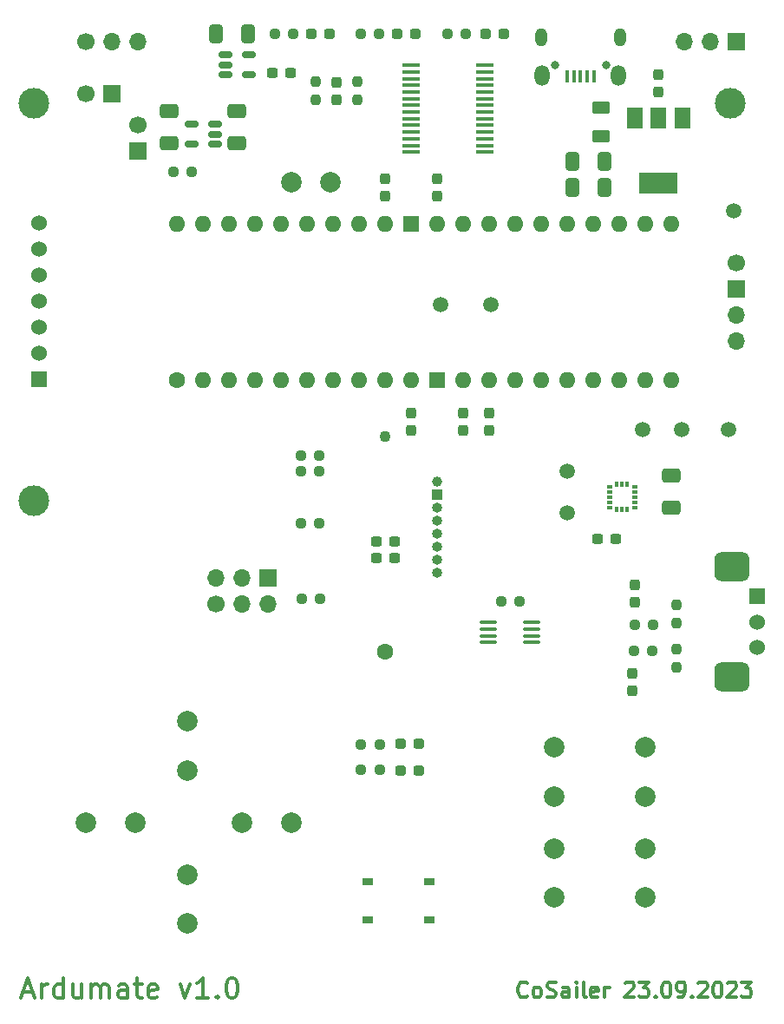
<source format=gts>
G04 #@! TF.GenerationSoftware,KiCad,Pcbnew,7.0.7*
G04 #@! TF.CreationDate,2023-09-24T19:29:38+02:00*
G04 #@! TF.ProjectId,ardumate,61726475-6d61-4746-952e-6b696361645f,rev?*
G04 #@! TF.SameCoordinates,Original*
G04 #@! TF.FileFunction,Soldermask,Top*
G04 #@! TF.FilePolarity,Negative*
%FSLAX46Y46*%
G04 Gerber Fmt 4.6, Leading zero omitted, Abs format (unit mm)*
G04 Created by KiCad (PCBNEW 7.0.7) date 2023-09-24 19:29:38*
%MOMM*%
%LPD*%
G01*
G04 APERTURE LIST*
G04 Aperture macros list*
%AMRoundRect*
0 Rectangle with rounded corners*
0 $1 Rounding radius*
0 $2 $3 $4 $5 $6 $7 $8 $9 X,Y pos of 4 corners*
0 Add a 4 corners polygon primitive as box body*
4,1,4,$2,$3,$4,$5,$6,$7,$8,$9,$2,$3,0*
0 Add four circle primitives for the rounded corners*
1,1,$1+$1,$2,$3*
1,1,$1+$1,$4,$5*
1,1,$1+$1,$6,$7*
1,1,$1+$1,$8,$9*
0 Add four rect primitives between the rounded corners*
20,1,$1+$1,$2,$3,$4,$5,0*
20,1,$1+$1,$4,$5,$6,$7,0*
20,1,$1+$1,$6,$7,$8,$9,0*
20,1,$1+$1,$8,$9,$2,$3,0*%
G04 Aperture macros list end*
%ADD10C,0.300000*%
%ADD11RoundRect,0.250000X0.412500X0.650000X-0.412500X0.650000X-0.412500X-0.650000X0.412500X-0.650000X0*%
%ADD12RoundRect,0.250000X-0.650000X0.412500X-0.650000X-0.412500X0.650000X-0.412500X0.650000X0.412500X0*%
%ADD13C,1.500000*%
%ADD14RoundRect,0.237500X-0.250000X-0.237500X0.250000X-0.237500X0.250000X0.237500X-0.250000X0.237500X0*%
%ADD15RoundRect,0.087500X0.187500X0.087500X-0.187500X0.087500X-0.187500X-0.087500X0.187500X-0.087500X0*%
%ADD16RoundRect,0.087500X0.087500X0.187500X-0.087500X0.187500X-0.087500X-0.187500X0.087500X-0.187500X0*%
%ADD17C,2.000000*%
%ADD18C,1.524000*%
%ADD19R,1.524000X1.524000*%
%ADD20RoundRect,0.725000X0.975000X-0.725000X0.975000X0.725000X-0.975000X0.725000X-0.975000X-0.725000X0*%
%ADD21RoundRect,0.237500X-0.237500X0.250000X-0.237500X-0.250000X0.237500X-0.250000X0.237500X0.250000X0*%
%ADD22RoundRect,0.237500X0.237500X-0.300000X0.237500X0.300000X-0.237500X0.300000X-0.237500X-0.300000X0*%
%ADD23RoundRect,0.237500X0.287500X0.237500X-0.287500X0.237500X-0.287500X-0.237500X0.287500X-0.237500X0*%
%ADD24RoundRect,0.100000X-0.712500X-0.100000X0.712500X-0.100000X0.712500X0.100000X-0.712500X0.100000X0*%
%ADD25C,1.600000*%
%ADD26O,1.600000X1.600000*%
%ADD27R,1.600000X1.600000*%
%ADD28RoundRect,0.237500X-0.287500X-0.237500X0.287500X-0.237500X0.287500X0.237500X-0.287500X0.237500X0*%
%ADD29C,1.700000*%
%ADD30O,1.700000X1.700000*%
%ADD31R,1.700000X1.700000*%
%ADD32RoundRect,0.237500X-0.300000X-0.237500X0.300000X-0.237500X0.300000X0.237500X-0.300000X0.237500X0*%
%ADD33RoundRect,0.237500X0.250000X0.237500X-0.250000X0.237500X-0.250000X-0.237500X0.250000X-0.237500X0*%
%ADD34R,1.750000X0.450000*%
%ADD35RoundRect,0.237500X0.237500X-0.250000X0.237500X0.250000X-0.237500X0.250000X-0.237500X-0.250000X0*%
%ADD36RoundRect,0.150000X-0.512500X-0.150000X0.512500X-0.150000X0.512500X0.150000X-0.512500X0.150000X0*%
%ADD37RoundRect,0.237500X-0.237500X0.300000X-0.237500X-0.300000X0.237500X-0.300000X0.237500X0.300000X0*%
%ADD38RoundRect,0.250000X0.650000X-0.412500X0.650000X0.412500X-0.650000X0.412500X-0.650000X-0.412500X0*%
%ADD39RoundRect,0.237500X0.300000X0.237500X-0.300000X0.237500X-0.300000X-0.237500X0.300000X-0.237500X0*%
%ADD40R,1.000000X0.750000*%
%ADD41C,1.000000*%
%ADD42R,1.000000X1.000000*%
%ADD43O,1.000000X1.000000*%
%ADD44RoundRect,0.250000X-0.625000X0.375000X-0.625000X-0.375000X0.625000X-0.375000X0.625000X0.375000X0*%
%ADD45R,1.500000X2.000000*%
%ADD46R,3.800000X2.000000*%
%ADD47RoundRect,0.150000X0.512500X0.150000X-0.512500X0.150000X-0.512500X-0.150000X0.512500X-0.150000X0*%
%ADD48O,0.800000X0.800000*%
%ADD49R,0.450000X1.300000*%
%ADD50O,1.150000X1.800000*%
%ADD51O,1.450000X2.000000*%
%ADD52C,3.000000*%
%ADD53C,1.100000*%
G04 APERTURE END LIST*
D10*
X103067320Y-135947209D02*
X104019701Y-135947209D01*
X102876844Y-136518638D02*
X103543510Y-134518638D01*
X103543510Y-134518638D02*
X104210177Y-136518638D01*
X104876844Y-136518638D02*
X104876844Y-135185304D01*
X104876844Y-135566257D02*
X104972082Y-135375780D01*
X104972082Y-135375780D02*
X105067320Y-135280542D01*
X105067320Y-135280542D02*
X105257796Y-135185304D01*
X105257796Y-135185304D02*
X105448273Y-135185304D01*
X106972082Y-136518638D02*
X106972082Y-134518638D01*
X106972082Y-136423400D02*
X106781606Y-136518638D01*
X106781606Y-136518638D02*
X106400653Y-136518638D01*
X106400653Y-136518638D02*
X106210177Y-136423400D01*
X106210177Y-136423400D02*
X106114939Y-136328161D01*
X106114939Y-136328161D02*
X106019701Y-136137685D01*
X106019701Y-136137685D02*
X106019701Y-135566257D01*
X106019701Y-135566257D02*
X106114939Y-135375780D01*
X106114939Y-135375780D02*
X106210177Y-135280542D01*
X106210177Y-135280542D02*
X106400653Y-135185304D01*
X106400653Y-135185304D02*
X106781606Y-135185304D01*
X106781606Y-135185304D02*
X106972082Y-135280542D01*
X108781606Y-135185304D02*
X108781606Y-136518638D01*
X107924463Y-135185304D02*
X107924463Y-136232923D01*
X107924463Y-136232923D02*
X108019701Y-136423400D01*
X108019701Y-136423400D02*
X108210177Y-136518638D01*
X108210177Y-136518638D02*
X108495892Y-136518638D01*
X108495892Y-136518638D02*
X108686368Y-136423400D01*
X108686368Y-136423400D02*
X108781606Y-136328161D01*
X109733987Y-136518638D02*
X109733987Y-135185304D01*
X109733987Y-135375780D02*
X109829225Y-135280542D01*
X109829225Y-135280542D02*
X110019701Y-135185304D01*
X110019701Y-135185304D02*
X110305416Y-135185304D01*
X110305416Y-135185304D02*
X110495892Y-135280542D01*
X110495892Y-135280542D02*
X110591130Y-135471019D01*
X110591130Y-135471019D02*
X110591130Y-136518638D01*
X110591130Y-135471019D02*
X110686368Y-135280542D01*
X110686368Y-135280542D02*
X110876844Y-135185304D01*
X110876844Y-135185304D02*
X111162558Y-135185304D01*
X111162558Y-135185304D02*
X111353035Y-135280542D01*
X111353035Y-135280542D02*
X111448273Y-135471019D01*
X111448273Y-135471019D02*
X111448273Y-136518638D01*
X113257797Y-136518638D02*
X113257797Y-135471019D01*
X113257797Y-135471019D02*
X113162559Y-135280542D01*
X113162559Y-135280542D02*
X112972083Y-135185304D01*
X112972083Y-135185304D02*
X112591130Y-135185304D01*
X112591130Y-135185304D02*
X112400654Y-135280542D01*
X113257797Y-136423400D02*
X113067321Y-136518638D01*
X113067321Y-136518638D02*
X112591130Y-136518638D01*
X112591130Y-136518638D02*
X112400654Y-136423400D01*
X112400654Y-136423400D02*
X112305416Y-136232923D01*
X112305416Y-136232923D02*
X112305416Y-136042447D01*
X112305416Y-136042447D02*
X112400654Y-135851971D01*
X112400654Y-135851971D02*
X112591130Y-135756733D01*
X112591130Y-135756733D02*
X113067321Y-135756733D01*
X113067321Y-135756733D02*
X113257797Y-135661495D01*
X113924464Y-135185304D02*
X114686368Y-135185304D01*
X114210178Y-134518638D02*
X114210178Y-136232923D01*
X114210178Y-136232923D02*
X114305416Y-136423400D01*
X114305416Y-136423400D02*
X114495892Y-136518638D01*
X114495892Y-136518638D02*
X114686368Y-136518638D01*
X116114940Y-136423400D02*
X115924464Y-136518638D01*
X115924464Y-136518638D02*
X115543511Y-136518638D01*
X115543511Y-136518638D02*
X115353035Y-136423400D01*
X115353035Y-136423400D02*
X115257797Y-136232923D01*
X115257797Y-136232923D02*
X115257797Y-135471019D01*
X115257797Y-135471019D02*
X115353035Y-135280542D01*
X115353035Y-135280542D02*
X115543511Y-135185304D01*
X115543511Y-135185304D02*
X115924464Y-135185304D01*
X115924464Y-135185304D02*
X116114940Y-135280542D01*
X116114940Y-135280542D02*
X116210178Y-135471019D01*
X116210178Y-135471019D02*
X116210178Y-135661495D01*
X116210178Y-135661495D02*
X115257797Y-135851971D01*
X118400655Y-135185304D02*
X118876845Y-136518638D01*
X118876845Y-136518638D02*
X119353036Y-135185304D01*
X121162560Y-136518638D02*
X120019703Y-136518638D01*
X120591131Y-136518638D02*
X120591131Y-134518638D01*
X120591131Y-134518638D02*
X120400655Y-134804352D01*
X120400655Y-134804352D02*
X120210179Y-134994828D01*
X120210179Y-134994828D02*
X120019703Y-135090066D01*
X122019703Y-136328161D02*
X122114941Y-136423400D01*
X122114941Y-136423400D02*
X122019703Y-136518638D01*
X122019703Y-136518638D02*
X121924465Y-136423400D01*
X121924465Y-136423400D02*
X122019703Y-136328161D01*
X122019703Y-136328161D02*
X122019703Y-136518638D01*
X123353036Y-134518638D02*
X123543513Y-134518638D01*
X123543513Y-134518638D02*
X123733989Y-134613876D01*
X123733989Y-134613876D02*
X123829227Y-134709114D01*
X123829227Y-134709114D02*
X123924465Y-134899590D01*
X123924465Y-134899590D02*
X124019703Y-135280542D01*
X124019703Y-135280542D02*
X124019703Y-135756733D01*
X124019703Y-135756733D02*
X123924465Y-136137685D01*
X123924465Y-136137685D02*
X123829227Y-136328161D01*
X123829227Y-136328161D02*
X123733989Y-136423400D01*
X123733989Y-136423400D02*
X123543513Y-136518638D01*
X123543513Y-136518638D02*
X123353036Y-136518638D01*
X123353036Y-136518638D02*
X123162560Y-136423400D01*
X123162560Y-136423400D02*
X123067322Y-136328161D01*
X123067322Y-136328161D02*
X122972084Y-136137685D01*
X122972084Y-136137685D02*
X122876846Y-135756733D01*
X122876846Y-135756733D02*
X122876846Y-135280542D01*
X122876846Y-135280542D02*
X122972084Y-134899590D01*
X122972084Y-134899590D02*
X123067322Y-134709114D01*
X123067322Y-134709114D02*
X123162560Y-134613876D01*
X123162560Y-134613876D02*
X123353036Y-134518638D01*
X152287653Y-136309971D02*
X152216225Y-136381400D01*
X152216225Y-136381400D02*
X152001939Y-136452828D01*
X152001939Y-136452828D02*
X151859082Y-136452828D01*
X151859082Y-136452828D02*
X151644796Y-136381400D01*
X151644796Y-136381400D02*
X151501939Y-136238542D01*
X151501939Y-136238542D02*
X151430510Y-136095685D01*
X151430510Y-136095685D02*
X151359082Y-135809971D01*
X151359082Y-135809971D02*
X151359082Y-135595685D01*
X151359082Y-135595685D02*
X151430510Y-135309971D01*
X151430510Y-135309971D02*
X151501939Y-135167114D01*
X151501939Y-135167114D02*
X151644796Y-135024257D01*
X151644796Y-135024257D02*
X151859082Y-134952828D01*
X151859082Y-134952828D02*
X152001939Y-134952828D01*
X152001939Y-134952828D02*
X152216225Y-135024257D01*
X152216225Y-135024257D02*
X152287653Y-135095685D01*
X153144796Y-136452828D02*
X153001939Y-136381400D01*
X153001939Y-136381400D02*
X152930510Y-136309971D01*
X152930510Y-136309971D02*
X152859082Y-136167114D01*
X152859082Y-136167114D02*
X152859082Y-135738542D01*
X152859082Y-135738542D02*
X152930510Y-135595685D01*
X152930510Y-135595685D02*
X153001939Y-135524257D01*
X153001939Y-135524257D02*
X153144796Y-135452828D01*
X153144796Y-135452828D02*
X153359082Y-135452828D01*
X153359082Y-135452828D02*
X153501939Y-135524257D01*
X153501939Y-135524257D02*
X153573368Y-135595685D01*
X153573368Y-135595685D02*
X153644796Y-135738542D01*
X153644796Y-135738542D02*
X153644796Y-136167114D01*
X153644796Y-136167114D02*
X153573368Y-136309971D01*
X153573368Y-136309971D02*
X153501939Y-136381400D01*
X153501939Y-136381400D02*
X153359082Y-136452828D01*
X153359082Y-136452828D02*
X153144796Y-136452828D01*
X154216225Y-136381400D02*
X154430511Y-136452828D01*
X154430511Y-136452828D02*
X154787653Y-136452828D01*
X154787653Y-136452828D02*
X154930511Y-136381400D01*
X154930511Y-136381400D02*
X155001939Y-136309971D01*
X155001939Y-136309971D02*
X155073368Y-136167114D01*
X155073368Y-136167114D02*
X155073368Y-136024257D01*
X155073368Y-136024257D02*
X155001939Y-135881400D01*
X155001939Y-135881400D02*
X154930511Y-135809971D01*
X154930511Y-135809971D02*
X154787653Y-135738542D01*
X154787653Y-135738542D02*
X154501939Y-135667114D01*
X154501939Y-135667114D02*
X154359082Y-135595685D01*
X154359082Y-135595685D02*
X154287653Y-135524257D01*
X154287653Y-135524257D02*
X154216225Y-135381400D01*
X154216225Y-135381400D02*
X154216225Y-135238542D01*
X154216225Y-135238542D02*
X154287653Y-135095685D01*
X154287653Y-135095685D02*
X154359082Y-135024257D01*
X154359082Y-135024257D02*
X154501939Y-134952828D01*
X154501939Y-134952828D02*
X154859082Y-134952828D01*
X154859082Y-134952828D02*
X155073368Y-135024257D01*
X156359082Y-136452828D02*
X156359082Y-135667114D01*
X156359082Y-135667114D02*
X156287653Y-135524257D01*
X156287653Y-135524257D02*
X156144796Y-135452828D01*
X156144796Y-135452828D02*
X155859082Y-135452828D01*
X155859082Y-135452828D02*
X155716224Y-135524257D01*
X156359082Y-136381400D02*
X156216224Y-136452828D01*
X156216224Y-136452828D02*
X155859082Y-136452828D01*
X155859082Y-136452828D02*
X155716224Y-136381400D01*
X155716224Y-136381400D02*
X155644796Y-136238542D01*
X155644796Y-136238542D02*
X155644796Y-136095685D01*
X155644796Y-136095685D02*
X155716224Y-135952828D01*
X155716224Y-135952828D02*
X155859082Y-135881400D01*
X155859082Y-135881400D02*
X156216224Y-135881400D01*
X156216224Y-135881400D02*
X156359082Y-135809971D01*
X157073367Y-136452828D02*
X157073367Y-135452828D01*
X157073367Y-134952828D02*
X157001939Y-135024257D01*
X157001939Y-135024257D02*
X157073367Y-135095685D01*
X157073367Y-135095685D02*
X157144796Y-135024257D01*
X157144796Y-135024257D02*
X157073367Y-134952828D01*
X157073367Y-134952828D02*
X157073367Y-135095685D01*
X158001939Y-136452828D02*
X157859082Y-136381400D01*
X157859082Y-136381400D02*
X157787653Y-136238542D01*
X157787653Y-136238542D02*
X157787653Y-134952828D01*
X159144796Y-136381400D02*
X159001939Y-136452828D01*
X159001939Y-136452828D02*
X158716225Y-136452828D01*
X158716225Y-136452828D02*
X158573367Y-136381400D01*
X158573367Y-136381400D02*
X158501939Y-136238542D01*
X158501939Y-136238542D02*
X158501939Y-135667114D01*
X158501939Y-135667114D02*
X158573367Y-135524257D01*
X158573367Y-135524257D02*
X158716225Y-135452828D01*
X158716225Y-135452828D02*
X159001939Y-135452828D01*
X159001939Y-135452828D02*
X159144796Y-135524257D01*
X159144796Y-135524257D02*
X159216225Y-135667114D01*
X159216225Y-135667114D02*
X159216225Y-135809971D01*
X159216225Y-135809971D02*
X158501939Y-135952828D01*
X159859081Y-136452828D02*
X159859081Y-135452828D01*
X159859081Y-135738542D02*
X159930510Y-135595685D01*
X159930510Y-135595685D02*
X160001939Y-135524257D01*
X160001939Y-135524257D02*
X160144796Y-135452828D01*
X160144796Y-135452828D02*
X160287653Y-135452828D01*
X161859081Y-135095685D02*
X161930509Y-135024257D01*
X161930509Y-135024257D02*
X162073367Y-134952828D01*
X162073367Y-134952828D02*
X162430509Y-134952828D01*
X162430509Y-134952828D02*
X162573367Y-135024257D01*
X162573367Y-135024257D02*
X162644795Y-135095685D01*
X162644795Y-135095685D02*
X162716224Y-135238542D01*
X162716224Y-135238542D02*
X162716224Y-135381400D01*
X162716224Y-135381400D02*
X162644795Y-135595685D01*
X162644795Y-135595685D02*
X161787652Y-136452828D01*
X161787652Y-136452828D02*
X162716224Y-136452828D01*
X163216223Y-134952828D02*
X164144795Y-134952828D01*
X164144795Y-134952828D02*
X163644795Y-135524257D01*
X163644795Y-135524257D02*
X163859080Y-135524257D01*
X163859080Y-135524257D02*
X164001938Y-135595685D01*
X164001938Y-135595685D02*
X164073366Y-135667114D01*
X164073366Y-135667114D02*
X164144795Y-135809971D01*
X164144795Y-135809971D02*
X164144795Y-136167114D01*
X164144795Y-136167114D02*
X164073366Y-136309971D01*
X164073366Y-136309971D02*
X164001938Y-136381400D01*
X164001938Y-136381400D02*
X163859080Y-136452828D01*
X163859080Y-136452828D02*
X163430509Y-136452828D01*
X163430509Y-136452828D02*
X163287652Y-136381400D01*
X163287652Y-136381400D02*
X163216223Y-136309971D01*
X164787651Y-136309971D02*
X164859080Y-136381400D01*
X164859080Y-136381400D02*
X164787651Y-136452828D01*
X164787651Y-136452828D02*
X164716223Y-136381400D01*
X164716223Y-136381400D02*
X164787651Y-136309971D01*
X164787651Y-136309971D02*
X164787651Y-136452828D01*
X165787652Y-134952828D02*
X165930509Y-134952828D01*
X165930509Y-134952828D02*
X166073366Y-135024257D01*
X166073366Y-135024257D02*
X166144795Y-135095685D01*
X166144795Y-135095685D02*
X166216223Y-135238542D01*
X166216223Y-135238542D02*
X166287652Y-135524257D01*
X166287652Y-135524257D02*
X166287652Y-135881400D01*
X166287652Y-135881400D02*
X166216223Y-136167114D01*
X166216223Y-136167114D02*
X166144795Y-136309971D01*
X166144795Y-136309971D02*
X166073366Y-136381400D01*
X166073366Y-136381400D02*
X165930509Y-136452828D01*
X165930509Y-136452828D02*
X165787652Y-136452828D01*
X165787652Y-136452828D02*
X165644795Y-136381400D01*
X165644795Y-136381400D02*
X165573366Y-136309971D01*
X165573366Y-136309971D02*
X165501937Y-136167114D01*
X165501937Y-136167114D02*
X165430509Y-135881400D01*
X165430509Y-135881400D02*
X165430509Y-135524257D01*
X165430509Y-135524257D02*
X165501937Y-135238542D01*
X165501937Y-135238542D02*
X165573366Y-135095685D01*
X165573366Y-135095685D02*
X165644795Y-135024257D01*
X165644795Y-135024257D02*
X165787652Y-134952828D01*
X167001937Y-136452828D02*
X167287651Y-136452828D01*
X167287651Y-136452828D02*
X167430508Y-136381400D01*
X167430508Y-136381400D02*
X167501937Y-136309971D01*
X167501937Y-136309971D02*
X167644794Y-136095685D01*
X167644794Y-136095685D02*
X167716223Y-135809971D01*
X167716223Y-135809971D02*
X167716223Y-135238542D01*
X167716223Y-135238542D02*
X167644794Y-135095685D01*
X167644794Y-135095685D02*
X167573366Y-135024257D01*
X167573366Y-135024257D02*
X167430508Y-134952828D01*
X167430508Y-134952828D02*
X167144794Y-134952828D01*
X167144794Y-134952828D02*
X167001937Y-135024257D01*
X167001937Y-135024257D02*
X166930508Y-135095685D01*
X166930508Y-135095685D02*
X166859080Y-135238542D01*
X166859080Y-135238542D02*
X166859080Y-135595685D01*
X166859080Y-135595685D02*
X166930508Y-135738542D01*
X166930508Y-135738542D02*
X167001937Y-135809971D01*
X167001937Y-135809971D02*
X167144794Y-135881400D01*
X167144794Y-135881400D02*
X167430508Y-135881400D01*
X167430508Y-135881400D02*
X167573366Y-135809971D01*
X167573366Y-135809971D02*
X167644794Y-135738542D01*
X167644794Y-135738542D02*
X167716223Y-135595685D01*
X168359079Y-136309971D02*
X168430508Y-136381400D01*
X168430508Y-136381400D02*
X168359079Y-136452828D01*
X168359079Y-136452828D02*
X168287651Y-136381400D01*
X168287651Y-136381400D02*
X168359079Y-136309971D01*
X168359079Y-136309971D02*
X168359079Y-136452828D01*
X169001937Y-135095685D02*
X169073365Y-135024257D01*
X169073365Y-135024257D02*
X169216223Y-134952828D01*
X169216223Y-134952828D02*
X169573365Y-134952828D01*
X169573365Y-134952828D02*
X169716223Y-135024257D01*
X169716223Y-135024257D02*
X169787651Y-135095685D01*
X169787651Y-135095685D02*
X169859080Y-135238542D01*
X169859080Y-135238542D02*
X169859080Y-135381400D01*
X169859080Y-135381400D02*
X169787651Y-135595685D01*
X169787651Y-135595685D02*
X168930508Y-136452828D01*
X168930508Y-136452828D02*
X169859080Y-136452828D01*
X170787651Y-134952828D02*
X170930508Y-134952828D01*
X170930508Y-134952828D02*
X171073365Y-135024257D01*
X171073365Y-135024257D02*
X171144794Y-135095685D01*
X171144794Y-135095685D02*
X171216222Y-135238542D01*
X171216222Y-135238542D02*
X171287651Y-135524257D01*
X171287651Y-135524257D02*
X171287651Y-135881400D01*
X171287651Y-135881400D02*
X171216222Y-136167114D01*
X171216222Y-136167114D02*
X171144794Y-136309971D01*
X171144794Y-136309971D02*
X171073365Y-136381400D01*
X171073365Y-136381400D02*
X170930508Y-136452828D01*
X170930508Y-136452828D02*
X170787651Y-136452828D01*
X170787651Y-136452828D02*
X170644794Y-136381400D01*
X170644794Y-136381400D02*
X170573365Y-136309971D01*
X170573365Y-136309971D02*
X170501936Y-136167114D01*
X170501936Y-136167114D02*
X170430508Y-135881400D01*
X170430508Y-135881400D02*
X170430508Y-135524257D01*
X170430508Y-135524257D02*
X170501936Y-135238542D01*
X170501936Y-135238542D02*
X170573365Y-135095685D01*
X170573365Y-135095685D02*
X170644794Y-135024257D01*
X170644794Y-135024257D02*
X170787651Y-134952828D01*
X171859079Y-135095685D02*
X171930507Y-135024257D01*
X171930507Y-135024257D02*
X172073365Y-134952828D01*
X172073365Y-134952828D02*
X172430507Y-134952828D01*
X172430507Y-134952828D02*
X172573365Y-135024257D01*
X172573365Y-135024257D02*
X172644793Y-135095685D01*
X172644793Y-135095685D02*
X172716222Y-135238542D01*
X172716222Y-135238542D02*
X172716222Y-135381400D01*
X172716222Y-135381400D02*
X172644793Y-135595685D01*
X172644793Y-135595685D02*
X171787650Y-136452828D01*
X171787650Y-136452828D02*
X172716222Y-136452828D01*
X173216221Y-134952828D02*
X174144793Y-134952828D01*
X174144793Y-134952828D02*
X173644793Y-135524257D01*
X173644793Y-135524257D02*
X173859078Y-135524257D01*
X173859078Y-135524257D02*
X174001936Y-135595685D01*
X174001936Y-135595685D02*
X174073364Y-135667114D01*
X174073364Y-135667114D02*
X174144793Y-135809971D01*
X174144793Y-135809971D02*
X174144793Y-136167114D01*
X174144793Y-136167114D02*
X174073364Y-136309971D01*
X174073364Y-136309971D02*
X174001936Y-136381400D01*
X174001936Y-136381400D02*
X173859078Y-136452828D01*
X173859078Y-136452828D02*
X173430507Y-136452828D01*
X173430507Y-136452828D02*
X173287650Y-136381400D01*
X173287650Y-136381400D02*
X173216221Y-136309971D01*
D11*
X125006500Y-42418000D03*
X121881500Y-42418000D03*
D12*
X123952000Y-49999500D03*
X123952000Y-53124500D03*
X117348000Y-49999500D03*
X117348000Y-53124500D03*
D13*
X167386000Y-81026000D03*
X172466000Y-59690000D03*
D14*
X162663500Y-102616000D03*
X164488500Y-102616000D03*
D15*
X162769000Y-88630000D03*
X162769000Y-88130000D03*
X162769000Y-87630000D03*
X162769000Y-87130000D03*
X162769000Y-86630000D03*
D16*
X162044000Y-86405000D03*
X161544000Y-86405000D03*
X161044000Y-86405000D03*
D15*
X160319000Y-86630000D03*
X160319000Y-87130000D03*
X160319000Y-87630000D03*
X160319000Y-88130000D03*
X160319000Y-88630000D03*
D16*
X161044000Y-88855000D03*
X161544000Y-88855000D03*
X162044000Y-88855000D03*
D17*
X113995200Y-119380000D03*
X109220000Y-119380000D03*
X154940000Y-116840000D03*
X154940000Y-112064800D03*
D11*
X159804500Y-54864000D03*
X156679500Y-54864000D03*
D14*
X130151500Y-90170000D03*
X131976500Y-90170000D03*
D13*
X156210000Y-85090000D03*
D18*
X174752000Y-102322000D03*
X174752000Y-99822000D03*
D19*
X174752000Y-97322000D03*
D20*
X172252000Y-94422000D03*
X172252000Y-105222000D03*
D21*
X166878000Y-98147500D03*
X166878000Y-99972500D03*
D22*
X138425000Y-58266500D03*
X138425000Y-56541500D03*
D23*
X141704000Y-111710000D03*
X139954000Y-111710000D03*
D24*
X148509500Y-99863000D03*
X148509500Y-100513000D03*
X148509500Y-101163000D03*
X148509500Y-101813000D03*
X152734500Y-101813000D03*
X152734500Y-101163000D03*
X152734500Y-100513000D03*
X152734500Y-99863000D03*
D25*
X118115000Y-76205000D03*
D26*
X120655000Y-76205000D03*
X123195000Y-76205000D03*
X125735000Y-76205000D03*
X128275000Y-76205000D03*
X130815000Y-76205000D03*
X133355000Y-76205000D03*
X135895000Y-76205000D03*
X138435000Y-76205000D03*
X140975000Y-76205000D03*
D27*
X143515000Y-76205000D03*
D26*
X146055000Y-76205000D03*
X148595000Y-76205000D03*
X151135000Y-76205000D03*
X153675000Y-76205000D03*
X156215000Y-76205000D03*
X158755000Y-76205000D03*
X161295000Y-76205000D03*
X163835000Y-76205000D03*
X166375000Y-76205000D03*
X166375000Y-60965000D03*
X163835000Y-60965000D03*
X161295000Y-60965000D03*
X158755000Y-60965000D03*
X156215000Y-60965000D03*
X153675000Y-60965000D03*
X151135000Y-60965000D03*
X148595000Y-60965000D03*
X146055000Y-60965000D03*
X143515000Y-60965000D03*
D27*
X140975000Y-60965000D03*
D26*
X138435000Y-60965000D03*
X135895000Y-60965000D03*
X133355000Y-60965000D03*
X130815000Y-60965000D03*
X128275000Y-60965000D03*
X125735000Y-60965000D03*
X123195000Y-60965000D03*
X120655000Y-60965000D03*
X118115000Y-60965000D03*
D28*
X131205000Y-42418000D03*
X132955000Y-42418000D03*
D29*
X121920000Y-98044000D03*
D30*
X121920000Y-95504000D03*
X124460000Y-98044000D03*
X124460000Y-95504000D03*
X127000000Y-98044000D03*
D31*
X127000000Y-95504000D03*
D32*
X137567500Y-93599000D03*
X139292500Y-93599000D03*
D33*
X137886500Y-111760000D03*
X136061500Y-111760000D03*
D34*
X140970000Y-45525000D03*
X140970000Y-46175000D03*
X140970000Y-46825000D03*
X140970000Y-47475000D03*
X140970000Y-48125000D03*
X140970000Y-48775000D03*
X140970000Y-49425000D03*
X140970000Y-50075000D03*
X140970000Y-50725000D03*
X140970000Y-51375000D03*
X140970000Y-52025000D03*
X140970000Y-52675000D03*
X140970000Y-53325000D03*
X140970000Y-53975000D03*
X148170000Y-53975000D03*
X148170000Y-53325000D03*
X148170000Y-52675000D03*
X148170000Y-52025000D03*
X148170000Y-51375000D03*
X148170000Y-50725000D03*
X148170000Y-50075000D03*
X148170000Y-49425000D03*
X148170000Y-48775000D03*
X148170000Y-48125000D03*
X148170000Y-47475000D03*
X148170000Y-46825000D03*
X148170000Y-46175000D03*
X148170000Y-45525000D03*
D35*
X166878000Y-104290500D03*
X166878000Y-102465500D03*
D36*
X122814500Y-44516000D03*
X122814500Y-45466000D03*
X122814500Y-46416000D03*
X125089500Y-46416000D03*
X125089500Y-44516000D03*
D13*
X148754000Y-68834000D03*
X143854000Y-68834000D03*
D17*
X133096000Y-56896000D03*
D37*
X140970000Y-79401500D03*
X140970000Y-81126500D03*
D38*
X166370000Y-88684500D03*
X166370000Y-85559500D03*
D14*
X130255000Y-97536000D03*
X132080000Y-97536000D03*
D17*
X129286000Y-56896000D03*
D22*
X165100000Y-48106500D03*
X165100000Y-46381500D03*
D29*
X109220000Y-43180000D03*
D30*
X111760000Y-43180000D03*
X114300000Y-43180000D03*
D33*
X119530500Y-55880000D03*
X117705500Y-55880000D03*
D39*
X160882500Y-91694000D03*
X159157500Y-91694000D03*
D23*
X149973000Y-42418000D03*
X148223000Y-42418000D03*
D17*
X163830000Y-116840000D03*
X163830000Y-112064800D03*
D13*
X171958000Y-81026000D03*
D21*
X135680000Y-47093500D03*
X135680000Y-48918500D03*
D40*
X142700000Y-128875000D03*
X136700000Y-128875000D03*
X142700000Y-125125000D03*
X136700000Y-125125000D03*
D17*
X124460000Y-119380000D03*
X129235200Y-119380000D03*
D29*
X172720000Y-64770000D03*
D31*
X172720000Y-67310000D03*
D30*
X172720000Y-69850000D03*
X172720000Y-72390000D03*
D41*
X143510000Y-86106000D03*
D42*
X143510000Y-87376000D03*
D43*
X143510000Y-88646000D03*
X143510000Y-89916000D03*
X143510000Y-91186000D03*
X143510000Y-92456000D03*
X143510000Y-93726000D03*
X143510000Y-94996000D03*
D37*
X133648000Y-47143500D03*
X133648000Y-48868500D03*
D14*
X127611500Y-42418000D03*
X129436500Y-42418000D03*
D17*
X154940000Y-121920000D03*
X154940000Y-126695200D03*
D44*
X159512000Y-49654000D03*
X159512000Y-52454000D03*
D13*
X156210000Y-89154000D03*
D33*
X146313500Y-42418000D03*
X144488500Y-42418000D03*
D13*
X163576000Y-81026000D03*
D14*
X130151500Y-83566000D03*
X131976500Y-83566000D03*
D45*
X167400000Y-50698000D03*
X165100000Y-50698000D03*
D46*
X165100000Y-56998000D03*
D45*
X162800000Y-50698000D03*
D21*
X131616000Y-47093500D03*
X131616000Y-48918500D03*
D17*
X163830000Y-121920000D03*
X163830000Y-126695200D03*
D32*
X137567500Y-91948000D03*
X139292500Y-91948000D03*
D23*
X141704000Y-114300000D03*
X139954000Y-114300000D03*
D37*
X148590000Y-79401500D03*
X148590000Y-81126500D03*
D17*
X119075200Y-109524800D03*
X119075200Y-114300000D03*
D11*
X159804500Y-57404000D03*
X156679500Y-57404000D03*
D22*
X162814000Y-97890500D03*
X162814000Y-96165500D03*
D33*
X151534500Y-97790000D03*
X149709500Y-97790000D03*
D14*
X162767000Y-100076000D03*
X164592000Y-100076000D03*
D32*
X127407500Y-46228000D03*
X129132500Y-46228000D03*
D47*
X121787500Y-53173500D03*
X121787500Y-52223500D03*
X121787500Y-51273500D03*
X119512500Y-51273500D03*
X119512500Y-53173500D03*
D23*
X141337000Y-42418000D03*
X139587000Y-42418000D03*
D29*
X114300000Y-51308000D03*
D31*
X114300000Y-53848000D03*
D48*
X159985000Y-45497000D03*
X154985000Y-45497000D03*
D49*
X158785000Y-46597000D03*
X158135000Y-46597000D03*
X157485000Y-46597000D03*
X156835000Y-46597000D03*
X156185000Y-46597000D03*
D50*
X161360000Y-42747000D03*
D51*
X161210000Y-46547000D03*
X153760000Y-46547000D03*
D50*
X153610000Y-42747000D03*
D33*
X137818500Y-42418000D03*
X135993500Y-42418000D03*
D22*
X143510000Y-58266500D03*
X143510000Y-56541500D03*
D31*
X172720000Y-43180000D03*
D30*
X170180000Y-43180000D03*
X167640000Y-43180000D03*
D29*
X109220000Y-48260000D03*
D31*
X111760000Y-48260000D03*
D37*
X146050000Y-79401500D03*
X146050000Y-81126500D03*
D14*
X130151500Y-85090000D03*
X131976500Y-85090000D03*
D33*
X137886500Y-114270000D03*
X136061500Y-114270000D03*
D37*
X162560000Y-104801500D03*
X162560000Y-106526500D03*
D17*
X119075200Y-124460000D03*
X119075200Y-129235200D03*
D52*
X104129840Y-87978945D03*
X104140000Y-49182985D03*
X172135800Y-49193145D03*
D19*
X104617520Y-76142545D03*
D18*
X104617520Y-73602545D03*
X104617520Y-71062545D03*
X104617520Y-68522545D03*
X104617520Y-65982545D03*
X104617520Y-63442545D03*
X104617520Y-60902545D03*
D53*
X138399000Y-81718000D03*
D25*
X138399000Y-102718000D03*
M02*

</source>
